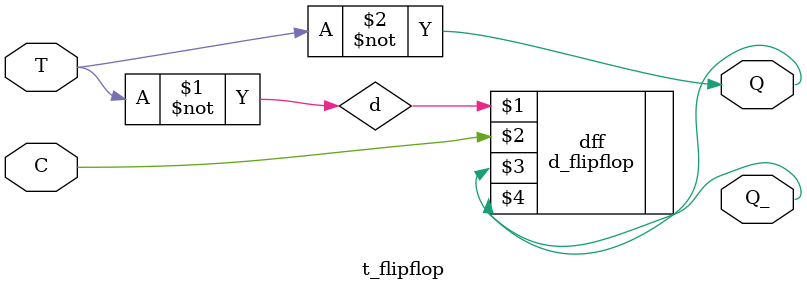
<source format=v>
module t_flipflop(T, C, Q, Q_);
	input T, C;
	output Q, Q_;
	wire d;	
	not x(d, Q, T);
	d_flipflop dff(d, C, Q, Q_);
endmodule

</source>
